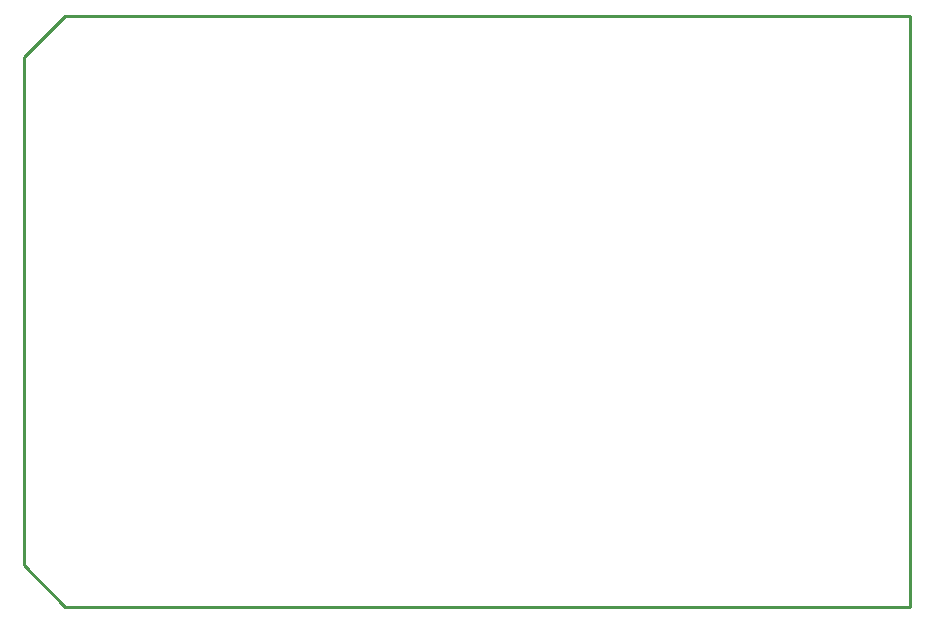
<source format=gko>
%FSLAX44Y44*%
%MOMM*%
G71*
G01*
G75*
G04 Layer_Color=16776960*
%ADD10C,0.4500*%
%ADD11R,0.9000X0.9500*%
%ADD12R,0.9500X0.9000*%
%ADD13R,1.5000X1.2500*%
%ADD14R,1.2500X1.5000*%
%ADD15R,6.3500X1.5240*%
%ADD16R,3.2000X1.0000*%
%ADD17R,0.9144X0.9144*%
%ADD18R,1.2700X0.9144*%
%ADD19R,0.9144X0.9144*%
%ADD20R,0.9144X1.2700*%
%ADD21R,0.9500X0.8000*%
%ADD22R,0.8000X0.9500*%
%ADD23O,0.5000X2.0000*%
%ADD24R,0.5000X2.0000*%
%ADD25R,0.9000X3.2000*%
%ADD26R,11.5000X9.0000*%
%ADD27R,0.9000X0.9000*%
%ADD28R,0.9000X1.2500*%
%ADD29R,2.0000X2.0000*%
%ADD30R,8.0000X4.0000*%
%ADD31O,2.0000X0.6000*%
%ADD32O,2.0000X1.0000*%
%ADD33C,0.5000*%
%ADD34C,0.3000*%
%ADD35R,1.7500X1.7500*%
%ADD36C,1.7500*%
%ADD37C,1.4000*%
%ADD38C,1.5000*%
%ADD39C,1.8000*%
%ADD40C,2.5000*%
%ADD41R,25.0000X8.0000*%
%ADD42R,22.0000X8.0000*%
%ADD43R,1.3000X1.3000*%
%ADD44C,1.3000*%
%ADD45C,1.2000*%
%ADD46C,0.2540*%
%ADD47C,0.2000*%
%ADD48C,0.3048*%
%ADD49C,0.2500*%
%ADD50C,0.1800*%
%ADD51C,0.1000*%
%ADD52R,1.1032X1.1532*%
%ADD53R,1.1532X1.1032*%
%ADD54R,1.7032X1.4532*%
%ADD55R,1.4532X1.7032*%
%ADD56R,6.5532X1.7272*%
%ADD57R,3.4032X1.2032*%
%ADD58R,1.1176X1.1176*%
%ADD59R,1.4732X1.1176*%
%ADD60R,1.1176X1.1176*%
%ADD61R,1.1176X1.4732*%
%ADD62R,1.1532X1.0032*%
%ADD63R,1.0032X1.1532*%
%ADD64O,0.7032X2.2032*%
%ADD65R,0.7032X2.2032*%
%ADD66R,1.1032X3.4032*%
%ADD67R,11.7032X9.2032*%
%ADD68R,1.1032X1.1032*%
%ADD69R,1.1032X1.4532*%
%ADD70R,2.2032X2.2032*%
%ADD71R,8.2032X4.2032*%
%ADD72O,2.2032X0.8032*%
%ADD73O,2.2032X1.2032*%
%ADD74R,1.9532X1.9532*%
%ADD75C,1.9532*%
%ADD76C,1.6032*%
%ADD77C,1.7032*%
%ADD78C,2.0032*%
%ADD79C,2.7032*%
%ADD80R,25.2032X8.2032*%
%ADD81R,22.2032X8.2032*%
%ADD82R,1.5032X1.5032*%
%ADD83C,1.5032*%
%ADD84C,1.4032*%
D46*
X-35000Y-430000D02*
X0Y-465000D01*
X-35000Y-430000D02*
Y0D01*
X0Y35000D01*
D49*
X715000Y-465000D02*
Y35000D01*
X0Y-465000D02*
X715000D01*
X0Y35000D02*
X715000D01*
M02*

</source>
